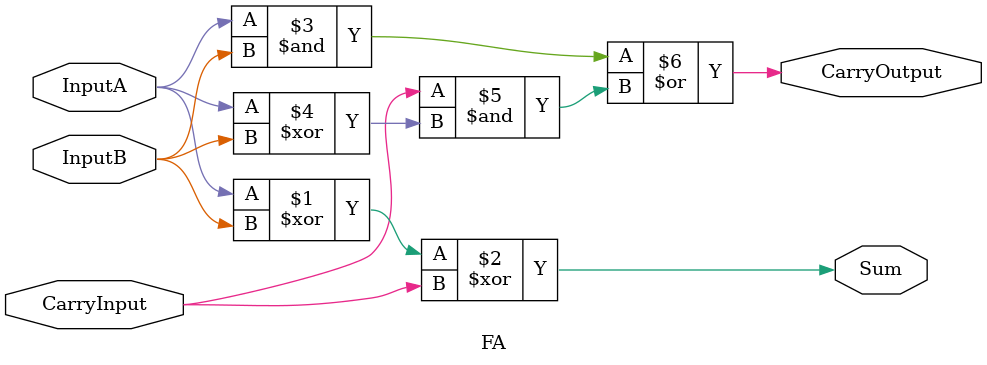
<source format=v>
`timescale 1ns / 1ps

  module FA (InputA, InputB, CarryInput,Sum,CarryOutput);
   input   InputA,InputB,CarryInput;
   output  Sum,CarryOutput;
 
    assign Sum         = InputA ^ InputB ^ CarryInput;
    assign CarryOutput = (InputA & InputB) | (CarryInput & (InputA ^ InputB));
  
  endmodule
</source>
